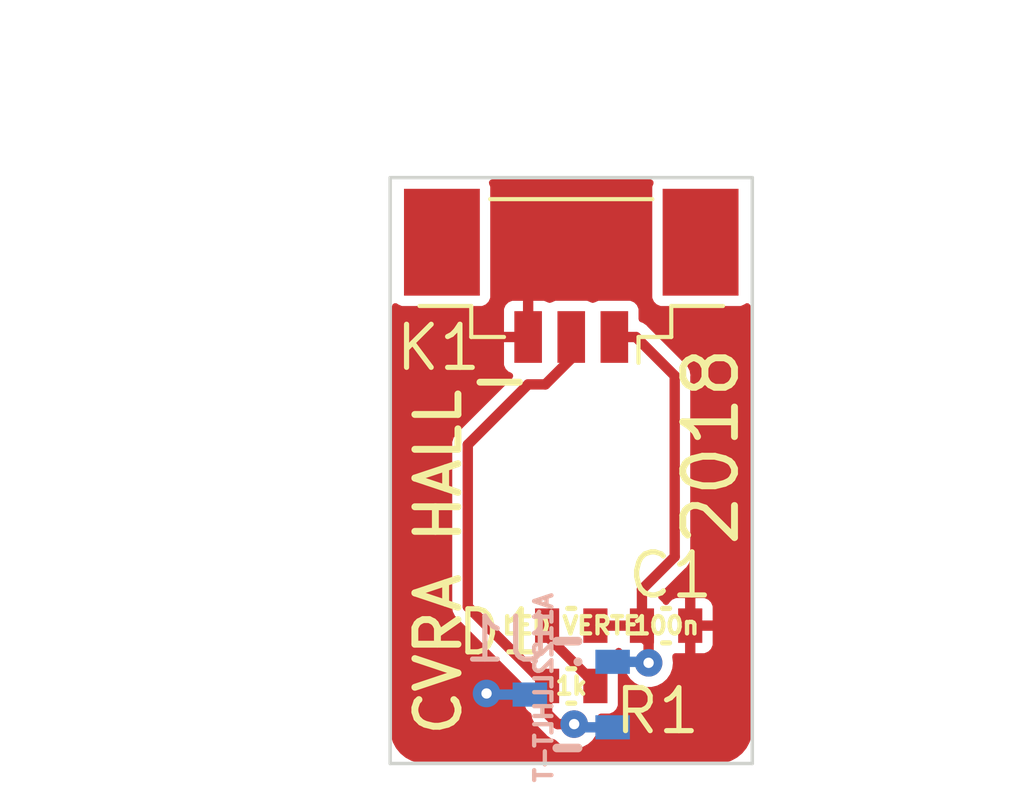
<source format=kicad_pcb>
(kicad_pcb (version 20221018) (generator pcbnew)
  (layers (0 "F.Cu" mixed) (31 "B.Cu" mixed) (34 "B.Paste" user) (35 "F.Paste" user) (36 "B.SilkS" user "B.Silkscreen") (37 "F.SilkS" user "F.Silkscreen") (38 "B.Mask" user) (39 "F.Mask" user) (44 "Edge.Cuts" user))
  (net 0 "")
  (net 1 "GND")
  (net 2 "VCC")
  (net 3 "Net-(K1-Pad2)")
  (net 4 "Net-(D1-Pad2)")
  (footprint "_std:_0603" (layer "F.Cu") (at 141.1468 91.0087)
    (fp_text reference "C1" (at 0.128 -1.461) (layer "F.SilkS") (effects (font (size 1.25 1.25))))
    (fp_text value "100n" (at 0 0) (layer "F.SilkS") (effects (font (size 0.5 0.5) (thickness 0.125))))
    (fp_line (start 0.1 -0.5) (end -0.1 -0.5) (stroke (width 0.15)) (layer "F.SilkS"))
    (fp_line (start 0.1 0.5) (end -0.1 0.5) (stroke (width 0.15)) (layer "F.SilkS"))
    (pad "1" smd rect (at -0.7 0) (size 0.7 1) (layers "F.Cu" "F.Paste" "F.Mask") (net 2 "VCC"))
    (pad "2" smd rect (at 0.7 0) (size 0.7 1) (layers "F.Cu" "F.Paste" "F.Mask") (net 1 "GND"))
  )
  (footprint "_std:_0603" (layer "F.Cu") (at 138.3968 92.7587 180)
    (fp_text reference "R1" (at -2.497 -0.726 180) (layer "F.SilkS") (effects (font (size 1.25 1.25))))
    (fp_text value "1k" (at 0 0 180) (layer "F.SilkS") (effects (font (size 0.5 0.5) (thickness 0.125))))
    (fp_line (start 0.1 -0.5) (end -0.1 -0.5) (stroke (width 0.15)) (layer "F.SilkS"))
    (fp_line (start 0.1 0.5) (end -0.1 0.5) (stroke (width 0.15)) (layer "F.SilkS"))
    (pad "1" smd rect (at -0.7 0 180) (size 0.7 1) (layers "F.Cu" "F.Paste" "F.Mask") (net 4 "Net-(D1-Pad2)"))
    (pad "2" smd rect (at 0.7 0 180) (size 0.7 1) (layers "F.Cu" "F.Paste" "F.Mask") (net 3 "Net-(K1-Pad2)"))
  )
  (footprint "_std:_0603" (layer "F.Cu") (at 138.3968 91.0087 180)
    (fp_text reference "D1" (at 2.075 -0.19 180) (layer "F.SilkS") (effects (font (size 1.25 1.25))))
    (fp_text value "LED VERTE" (at 0 0 180) (layer "F.SilkS") (effects (font (size 0.5 0.5) (thickness 0.125))))
    (fp_line (start 0.1 -0.5) (end -0.1 -0.5) (stroke (width 0.15)) (layer "F.SilkS"))
    (fp_line (start 0.1 0.5) (end -0.1 0.5) (stroke (width 0.15)) (layer "F.SilkS"))
    (pad "1" smd rect (at -0.7 0 180) (size 0.7 1) (layers "F.Cu" "F.Paste" "F.Mask") (net 2 "VCC"))
    (pad "2" smd rect (at 0.7 0 180) (size 0.7 1) (layers "F.Cu" "F.Paste" "F.Mask") (net 4 "Net-(D1-Pad2)"))
  )
  (footprint "Connectors_Molex:Molex_PicoBlade_53398-0371_03x1.25mm_Straight" (layer "F.Cu") (at 138.3968 81.2587 180)
    (fp_text reference "K1" (at 3.853 -1.685 180) (layer "F.SilkS") (effects (font (size 1.25 1.25))))
    (fp_text value "CONN_3")
    (fp_line (start -2.9 -1.375) (end -2.9 -0.475) (stroke (width 0.12)) (layer "F.SilkS"))
    (fp_line (start -2.9 -0.475) (end -4.4 -0.475) (stroke (width 0.12)) (layer "F.SilkS"))
    (fp_line (start -2.35 2.625) (end 2.35 2.625) (stroke (width 0.12)) (layer "F.SilkS"))
    (fp_line (start -1.95 -1.375) (end -2.9 -1.375) (stroke (width 0.12)) (layer "F.SilkS"))
    (fp_line (start -1.95 -1.375) (end -1.95 -2.125) (stroke (width 0.12)) (layer "F.SilkS"))
    (fp_line (start 1.95 -1.375) (end 2.9 -1.375) (stroke (width 0.12)) (layer "F.SilkS"))
    (fp_line (start 2.9 -1.375) (end 2.9 -0.475) (stroke (width 0.12)) (layer "F.SilkS"))
    (fp_line (start 2.9 -0.475) (end 4.4 -0.475) (stroke (width 0.12)) (layer "F.SilkS"))
    (pad "" smd rect (at -3.75 1.375 180) (size 2.2 3.1) (layers "F.Cu" "F.Paste" "F.Mask"))
    (pad "" smd rect (at 3.75 1.375 180) (size 2.2 3.1) (layers "F.Cu" "F.Paste" "F.Mask"))
    (pad "1" smd rect (at -1.25 -1.375 180) (size 0.8 1.5) (layers "F.Cu" "F.Paste" "F.Mask") (net 2 "VCC"))
    (pad "2" smd rect (at 0 -1.375 180) (size 0.8 1.5) (layers "F.Cu" "F.Paste" "F.Mask") (net 3 "Net-(K1-Pad2)"))
    (pad "3" smd rect (at 1.25 -1.375 180) (size 0.8 1.5) (layers "F.Cu" "F.Paste" "F.Mask") (net 1 "GND"))
  )
  (footprint "Mounting_Holes:MountingHole_2.2mm_M2" (layer "F.Cu") (at 138.3968 86.8587 180)
    (fp_text reference "MEC1" hide)
    (fp_text value "M2")
    (pad "" np_thru_hole circle locked (at 0 0 180) (size 2.2 2.2) (drill 2.2) (layers "*.Cu" "*.Mask"))
  )
  (footprint "footprints:SOT-23W" (layer "B.Cu") (at 138.3968 93.0087 -90)
    (fp_text reference "U1" (at -1.6 1.85 180) (layer "B.SilkS") (effects (font (size 1.25 1.25)) (justify mirror)))
    (fp_text value "A1122LLHLT-T" (at -0.2 0.8 270) (layer "B.SilkS") (effects (font (size 0.5 0.5) (thickness 0.125)) (justify mirror)))
    (fp_line (start -1.55 0.42) (end -1.55 -0.2) (stroke (width 0.25)) (layer "B.SilkS"))
    (fp_line (start -0.95 -0.19) (end -0.95 -0.2) (stroke (width 0.25)) (layer "B.SilkS"))
    (fp_line (start 1.55 0.42) (end 1.55 -0.2) (stroke (width 0.25)) (layer "B.SilkS"))
    (pad "1" smd rect locked (at -0.95 -1.2 270) (size 0.7 1) (layers "B.Cu" "B.Paste" "B.Mask") (net 2 "VCC"))
    (pad "2" smd rect locked (at 0.95 -1.2 270) (size 0.7 1) (layers "B.Cu" "B.Paste" "B.Mask") (net 3 "Net-(K1-Pad2)"))
    (pad "3" smd rect locked (at 0 1.2 270) (size 0.7 1) (layers "B.Cu" "B.Paste" "B.Mask") (net 1 "GND"))
  )
  (gr_line (start 133.1468 78.0087) (end 133.1468 95.0087) (stroke (width 0.1)) (layer "Edge.Cuts"))
  (gr_line (start 133.1468 95.0087) (end 143.6468 95.0087) (stroke (width 0.1)) (layer "Edge.Cuts"))
  (gr_line (start 143.6468 95.0087) (end 143.6468 78.0087) (stroke (width 0.1)) (layer "Edge.Cuts"))
  (gr_line (start 143.6468 78.0087) (end 133.1468 78.0087) (stroke (width 0.1)) (layer "Edge.Cuts"))
  (gr_text "2018" (at 142.4468 85.8087 90) (layer "F.SilkS") (effects (font (size 1.5 1.5) (thickness 0.2))))
  (gr_text "-" (at 136.3218 83.8327) (layer "F.SilkS") (effects (font (size 1.5 1.5) (thickness 0.2))))
  (gr_text "CVRA HALL" (at 134.5438 89.1667 90) (layer "F.SilkS") (effects (font (size 1.25 1.25) (thickness 0.2))))
  (via (at 135.9408 92.9767) (size 0.8) (drill 0.3) (layers "F.Cu" "B.Cu") (net 1))
  (segment (start 135.9728 93.0087) (end 135.9408 92.9767) (width 0.3) (layer "B.Cu") (net 1))
  (segment (start 137.1968 93.0087) (end 135.9728 93.0087) (width 0.3) (layer "B.Cu") (net 1))
  (segment (start 140.4468 91.3087) (end 140.6398 91.5017) (width 0.3) (layer "F.Cu") (net 2))
  (segment (start 140.6398 91.5017) (end 140.6398 92.0877) (width 0.3) (layer "F.Cu") (net 2))
  (segment (start 140.4468 89.9587) (end 141.3968 89.0087) (width 0.3) (layer "F.Cu") (net 2))
  (segment (start 141.3968 89.0087) (end 141.3968 83.7587) (width 0.3) (layer "F.Cu") (net 2))
  (segment (start 141.3968 83.7587) (end 140.2718 82.6337) (width 0.3) (layer "F.Cu") (net 2))
  (segment (start 140.2718 82.6337) (end 139.6468 82.6337) (width 0.3) (layer "F.Cu") (net 2))
  (segment (start 139.0968 91.0087) (end 140.4468 91.0087) (width 0.3) (layer "F.Cu") (net 2))
  (segment (start 140.4468 91.0087) (end 140.4468 91.3087) (width 0.3) (layer "F.Cu") (net 2))
  (segment (start 140.4468 91.0087) (end 140.4468 89.9587) (width 0.3) (layer "F.Cu") (net 2))
  (via (at 140.6398 92.0877) (size 0.8) (drill 0.3) (layers "F.Cu" "B.Cu") (net 2))
  (segment (start 140.6108 92.0587) (end 140.6398 92.0877) (width 0.3) (layer "B.Cu") (net 2))
  (segment (start 139.5968 92.0587) (end 140.6108 92.0587) (width 0.3) (layer "B.Cu") (net 2))
  (segment (start 138.0038 93.8657) (end 137.6968 93.5587) (width 0.3) (layer "F.Cu") (net 3))
  (segment (start 137.6968 93.5587) (end 137.6968 92.7587) (width 0.3) (layer "F.Cu") (net 3))
  (segment (start 138.3968 83.2587) (end 137.6468 84.0087) (width 0.3) (layer "F.Cu") (net 3))
  (segment (start 137.6468 84.0087) (end 137.1468 84.0087) (width 0.3) (layer "F.Cu") (net 3))
  (segment (start 137.1468 84.0087) (end 135.3968 85.7587) (width 0.3) (layer "F.Cu") (net 3))
  (segment (start 135.3968 85.7587) (end 135.3968 90.4587) (width 0.3) (layer "F.Cu") (net 3))
  (segment (start 135.3968 90.4587) (end 137.6968 92.7587) (width 0.3) (layer "F.Cu") (net 3))
  (segment (start 138.3968 82.6337) (end 138.3968 83.2587) (width 0.3) (layer "F.Cu") (net 3))
  (segment (start 138.4808 93.8657) (end 138.0038 93.8657) (width 0.3) (layer "F.Cu") (net 3))
  (via (at 138.4808 93.8657) (size 0.8) (drill 0.3) (layers "F.Cu" "B.Cu") (net 3))
  (segment (start 138.5738 93.9587) (end 138.4808 93.8657) (width 0.3) (layer "B.Cu") (net 3))
  (segment (start 139.5968 93.9587) (end 138.5738 93.9587) (width 0.3) (layer "B.Cu") (net 3))
  (segment (start 139.0968 92.7087) (end 137.6968 91.3087) (width 0.3) (layer "F.Cu") (net 4))
  (segment (start 137.6968 91.3087) (end 137.6968 91.0087) (width 0.3) (layer "F.Cu") (net 4))
  (segment (start 139.0968 92.7587) (end 139.0968 92.7087) (width 0.3) (layer "F.Cu") (net 4))
  (zone (net 1) (net_name "GND") (layer "F.Cu") (connect_pads (clearance 0.3)) (min_thickness 0.2) (fill yes (thermal_gap 0.3) (thermal_bridge_width 0.3) (smoothing fillet) (radius 1))
    (polygon (pts (xy 133.1468 78.0087) (xy 143.6468 78.0087) (xy 143.6468 95.0087) (xy 133.1468 95.0087)))
  )
)
</source>
